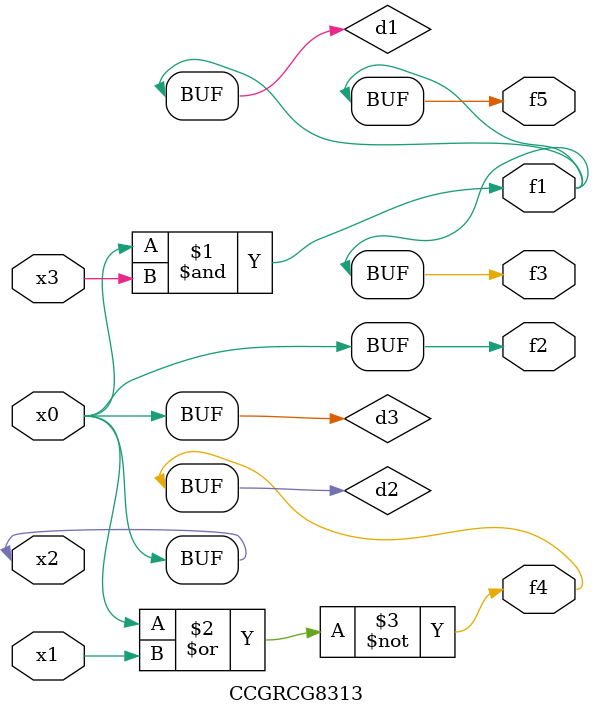
<source format=v>
module CCGRCG8313(
	input x0, x1, x2, x3,
	output f1, f2, f3, f4, f5
);

	wire d1, d2, d3;

	and (d1, x2, x3);
	nor (d2, x0, x1);
	buf (d3, x0, x2);
	assign f1 = d1;
	assign f2 = d3;
	assign f3 = d1;
	assign f4 = d2;
	assign f5 = d1;
endmodule

</source>
